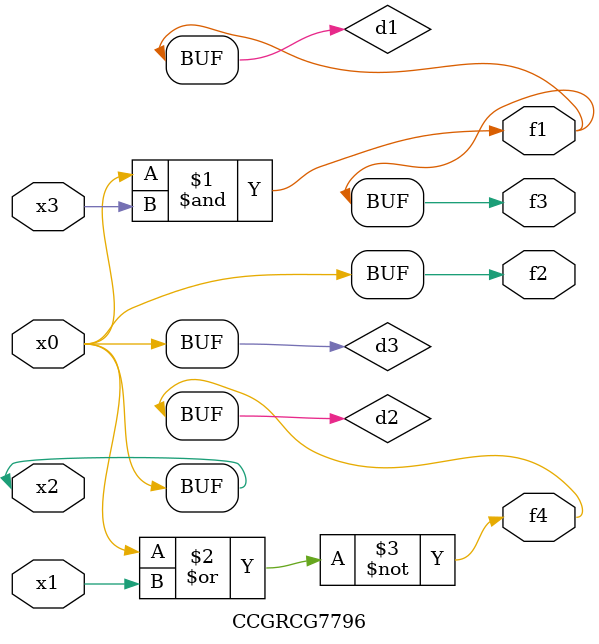
<source format=v>
module CCGRCG7796(
	input x0, x1, x2, x3,
	output f1, f2, f3, f4
);

	wire d1, d2, d3;

	and (d1, x2, x3);
	nor (d2, x0, x1);
	buf (d3, x0, x2);
	assign f1 = d1;
	assign f2 = d3;
	assign f3 = d1;
	assign f4 = d2;
endmodule

</source>
